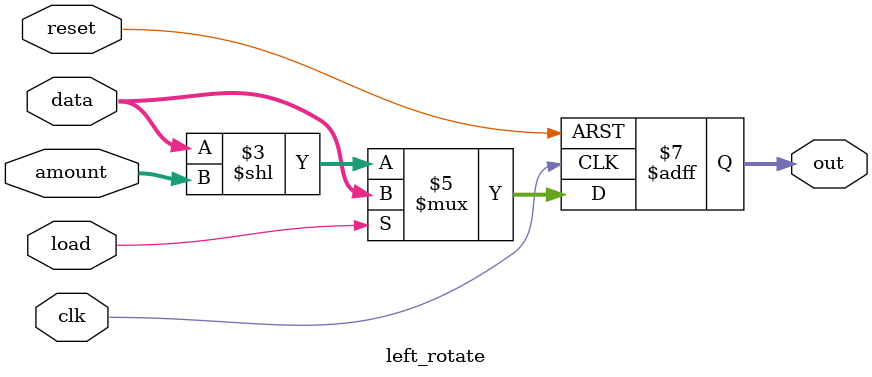
<source format=v>
module left_rotate(clk,reset,amount,data,load,out);
input clk,reset;
input [2:0] amount;
input [7:0] data;
input load;
output reg [7:0] out;
// when load is high, load data to out
// otherwise rotate the out register followed by left shift the out register by amount bits
always @(posedge clk or negedge reset)
begin
if(!reset)
out <= 8'b0;
else if(load)
out <= data;
else begin
out <= data << amount;
end
end
endmodule

</source>
